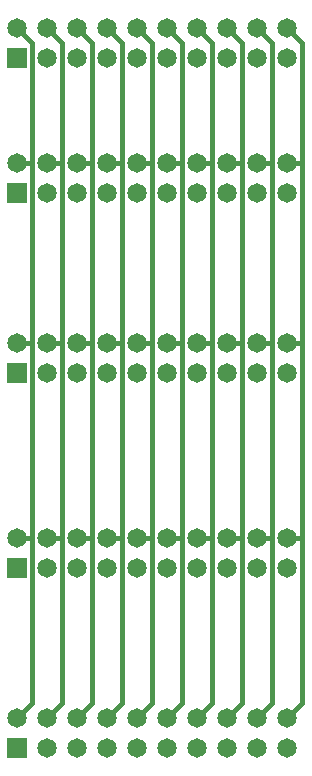
<source format=gtl>
G04 Output by ViewMate Deluxe V11.0.9  PentaLogix LLC*
G04 Tue Dec 09 15:41:15 2014*
%FSLAX33Y33*%
%MOMM*%
%IPPOS*%
%ADD10R,1.651X1.651*%
%ADD11C,1.651*%
%ADD12C,0.4064*%

%LPD*%
X0Y0D2*D12*G1X20638Y40894D2*X20638Y24384D1*X30798Y40894D2*X30798Y24384D1*X20638Y66294D2*X19368Y67564D1*X25718Y66294D2*X24448Y67564D1*X30798Y66294D2*X29528Y67564D1*X35878Y66294D2*X34608Y67564D1*X43498Y24384D2*X43498Y40894D1*X42228Y40894D2*X43498Y40894D1*X43498Y56134*X42228Y56134D2*X43498Y56134D1*X43498Y66294*X42228Y67564*X39688Y67564D2*X40958Y66294D1*X40958Y56134*X35878Y66294D2*X35878Y56134D1*X37148Y67564D2*X38418Y66294D1*X38418Y56134*X39688Y56134D2*X40958Y56134D1*X40958Y40894*X35878Y56134D2*X35878Y40894D1*X30798Y66294D2*X30798Y56134D1*X32068Y67564D2*X33338Y66294D1*X33338Y56134*X35878Y56134D2*X34608Y56134D1*X37148Y56134D2*X38418Y56134D1*X38418Y40894*X39688Y40894D2*X40958Y40894D1*X40958Y24384*X39688Y9144D2*X40958Y10414D1*X40958Y24384*X35878Y40894D2*X35878Y24384D1*X30798Y56134D2*X30798Y40894D1*X25718Y66294D2*X25718Y56134D1*X26988Y67564D2*X28258Y66294D1*X28258Y56134*X30798Y56134D2*X29528Y56134D1*X32068Y56134D2*X33338Y56134D1*X33338Y40894*X35878Y40894D2*X34608Y40894D1*X37148Y40894D2*X38418Y40894D1*X38418Y24384*X38418Y10414*X37148Y9144*X34608Y9144D2*X35878Y10414D1*X35878Y24384*X25718Y56134D2*X25718Y40894D1*X20638Y66294D2*X20638Y56134D1*X21908Y67564D2*X23178Y66294D1*X23178Y56134*X25718Y56134D2*X24448Y56134D1*X26988Y56134D2*X28258Y56134D1*X28258Y40894*X30798Y40894D2*X29528Y40894D1*X32068Y40894D2*X33338Y40894D1*X33338Y24384*X33338Y10414*X32068Y9144*X29528Y9144D2*X30798Y10414D1*X30798Y24384*X25718Y40894D2*X25718Y24384D1*X20638Y40894D2*X20638Y56134D1*X19368Y56134*X21908Y56134D2*X23178Y56134D1*X23178Y40894*X25718Y40894D2*X24448Y40894D1*X26988Y40894D2*X28258Y40894D1*X28258Y24384*X28258Y10414*X26988Y9144*X24448Y9144D2*X25718Y10414D1*X25718Y24384*X20638Y40894D2*X19368Y40894D1*X21908Y40894D2*X23178Y40894D1*X23178Y24384*X23178Y10414*X21908Y9144*X19368Y9144D2*X20638Y10414D1*X20638Y24384*X19368Y24384*X23178Y24384D2*X21908Y24384D1*X25718Y24384D2*X24448Y24384D1*X28258Y24384D2*X26988Y24384D1*X30798Y24384D2*X29528Y24384D1*X33338Y24384D2*X32068Y24384D1*X35878Y24384D2*X34608Y24384D1*X38418Y24384D2*X37148Y24384D1*X40958Y24384D2*X39688Y24384D1*X42228Y24384D2*X43498Y24384D1*X43498Y10414*X42228Y9144*D10*X19368Y38354D3*X19368Y65024D3*X19368Y53594D3*X19368Y21844D3*X19368Y6604D3*D11*X32068Y38354D3*X42228Y6604D3*X42228Y9144D3*X39688Y9144D3*X39688Y6604D3*X37148Y6604D3*X37148Y9144D3*X34608Y9144D3*X34608Y6604D3*X32068Y6604D3*X32068Y9144D3*X29528Y9144D3*X29528Y6604D3*X26988Y6604D3*X26988Y9144D3*X24448Y9144D3*X24448Y6604D3*X21908Y6604D3*X21908Y9144D3*X19368Y9144D3*X19368Y24384D3*X21908Y21844D3*X21908Y24384D3*X24448Y24384D3*X24448Y21844D3*X26988Y21844D3*X26988Y24384D3*X29528Y24384D3*X29528Y21844D3*X32068Y21844D3*X32068Y24384D3*X34608Y24384D3*X34608Y21844D3*X37148Y21844D3*X37148Y24384D3*X39688Y24384D3*X39688Y21844D3*X42228Y21844D3*X42228Y24384D3*X42228Y38354D3*X42228Y40894D3*X39688Y40894D3*X39688Y38354D3*X37148Y38354D3*X37148Y40894D3*X34608Y40894D3*X34608Y38354D3*X32068Y40894D3*X29528Y40894D3*X29528Y38354D3*X26988Y38354D3*X26988Y40894D3*X24448Y40894D3*X24448Y38354D3*X21908Y38354D3*X21908Y40894D3*X19368Y40894D3*X19368Y56134D3*X21908Y53594D3*X21908Y56134D3*X24448Y56134D3*X24448Y53594D3*X26988Y53594D3*X26988Y56134D3*X29528Y56134D3*X29528Y53594D3*X32068Y53594D3*X32068Y56134D3*X34608Y56134D3*X34608Y53594D3*X37148Y53594D3*X37148Y56134D3*X39688Y56134D3*X39688Y53594D3*X42228Y53594D3*X42228Y56134D3*X42228Y65024D3*X42228Y67564D3*X39688Y67564D3*X39688Y65024D3*X37148Y65024D3*X37148Y67564D3*X34608Y67564D3*X34608Y65024D3*X32068Y65024D3*X32068Y67564D3*X29528Y67564D3*X29528Y65024D3*X26988Y65024D3*X26988Y67564D3*X24448Y67564D3*X24448Y65024D3*X21908Y65024D3*X21908Y67564D3*X19368Y67564D3*X0Y0D2*M02*
</source>
